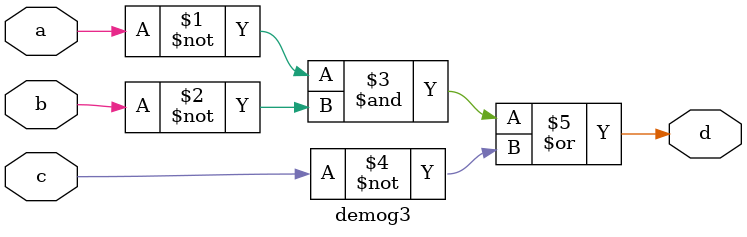
<source format=v>
`timescale 1ns / 1ps


module demog3(
    input a,b,c,
    output d
    );
assign d = (~a&~b) | ~c;
endmodule

</source>
